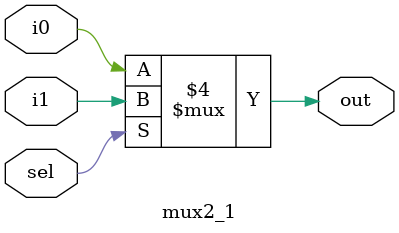
<source format=v>
module mux2_1(out, i0, i1, sel);
		output reg out;
		input i0, i1, sel;

		// initial begin 
		// 	out = 1'b1;
		// end

		// always@(*) begin 
		// 	out = (i1 * sel) | (i0 * ~sel);
		// end 

		//assign out = (i1 * sel) | (i0 * ~sel);

		always@(sel or i0 or i1)
		 begin: MUX
		 	if (sel == 1'b0) begin
		 		out = i0;
		 	end else begin
		 		out = i1;
		 	end
		 end

endmodule

// module mux2_1_testbench();
// 		reg i0, i1, sel;
// 		wire out;

// 		mux2_1 dut (out, i0, i1, sel);

// 		initial begin
// 				sel=0; i0=0; i1=0; #10;
// 				sel=0; i0=0; i1=1; #10;
// 				sel=0; i0=1; i1=0; #10;
// 				sel=0; i0=1; i1=1; #10;
// 				 sel=1; i0=0; i1=0; #10;
// 				 sel=1; i0=0; i1=1; #10;
// 				 sel=1; i0=1; i1=0; #10;
// 				 sel=1; i0=1; i1=1; #10;
// 		end
// endmodule 
</source>
